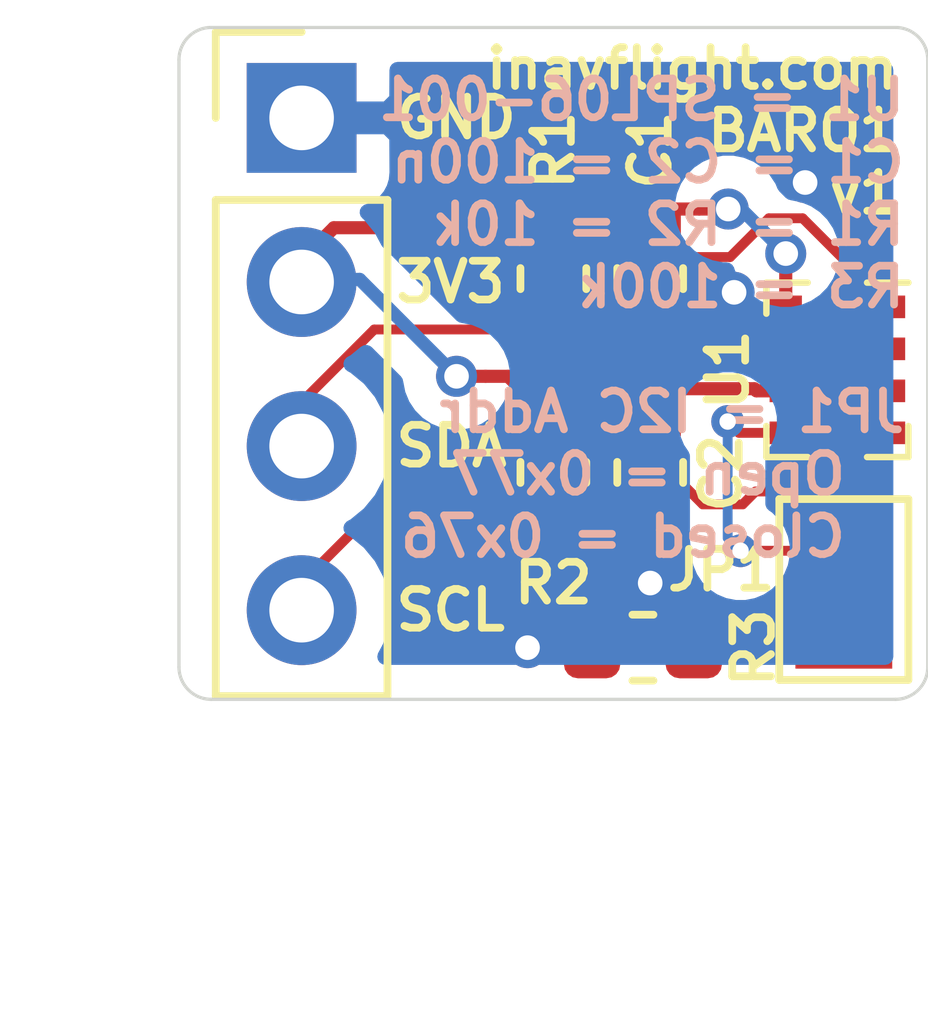
<source format=kicad_pcb>
(kicad_pcb (version 20171130) (host pcbnew "(5.1.4-0-10_14)")

  (general
    (thickness 1.6)
    (drawings 14)
    (tracks 75)
    (zones 0)
    (modules 8)
    (nets 7)
  )

  (page A4)
  (layers
    (0 F.Cu signal)
    (31 B.Cu signal)
    (32 B.Adhes user)
    (33 F.Adhes user)
    (34 B.Paste user)
    (35 F.Paste user)
    (36 B.SilkS user hide)
    (37 F.SilkS user)
    (38 B.Mask user)
    (39 F.Mask user)
    (40 Dwgs.User user)
    (41 Cmts.User user)
    (42 Eco1.User user)
    (43 Eco2.User user)
    (44 Edge.Cuts user)
    (45 Margin user)
    (46 B.CrtYd user)
    (47 F.CrtYd user)
    (48 B.Fab user)
    (49 F.Fab user)
  )

  (setup
    (last_trace_width 0.1524)
    (trace_clearance 0.1524)
    (zone_clearance 0.508)
    (zone_45_only no)
    (trace_min 0.1524)
    (via_size 0.508)
    (via_drill 0.254)
    (via_min_size 0.381)
    (via_min_drill 0.254)
    (uvia_size 0.3)
    (uvia_drill 0.1)
    (uvias_allowed no)
    (uvia_min_size 0.2)
    (uvia_min_drill 0.1)
    (edge_width 0.05)
    (segment_width 0.2)
    (pcb_text_width 0.3)
    (pcb_text_size 1.5 1.5)
    (mod_edge_width 0.12)
    (mod_text_size 1 1)
    (mod_text_width 0.15)
    (pad_size 1.524 1.524)
    (pad_drill 0.762)
    (pad_to_mask_clearance 0.051)
    (solder_mask_min_width 0.25)
    (aux_axis_origin 0 0)
    (visible_elements FFFFFF7F)
    (pcbplotparams
      (layerselection 0x010fc_ffffffff)
      (usegerberextensions false)
      (usegerberattributes false)
      (usegerberadvancedattributes false)
      (creategerberjobfile false)
      (excludeedgelayer true)
      (linewidth 0.100000)
      (plotframeref false)
      (viasonmask false)
      (mode 1)
      (useauxorigin false)
      (hpglpennumber 1)
      (hpglpenspeed 20)
      (hpglpendiameter 15.000000)
      (psnegative false)
      (psa4output false)
      (plotreference true)
      (plotvalue true)
      (plotinvisibletext false)
      (padsonsilk false)
      (subtractmaskfromsilk false)
      (outputformat 1)
      (mirror false)
      (drillshape 1)
      (scaleselection 1)
      (outputdirectory ""))
  )

  (net 0 "")
  (net 1 GND)
  (net 2 +3V3)
  (net 3 SDA)
  (net 4 SCL)
  (net 5 "Net-(JP1-Pad1)")
  (net 6 "Net-(JP1-Pad2)")

  (net_class Default "This is the default net class."
    (clearance 0.1524)
    (trace_width 0.1524)
    (via_dia 0.508)
    (via_drill 0.254)
    (uvia_dia 0.3)
    (uvia_drill 0.1)
    (add_net "Net-(JP1-Pad1)")
    (add_net "Net-(JP1-Pad2)")
    (add_net "Net-(U1-Pad2)")
    (add_net SCL)
    (add_net SDA)
  )

  (net_class Power ""
    (clearance 0.1524)
    (trace_width 0.2032)
    (via_dia 0.635)
    (via_drill 0.381)
    (uvia_dia 0.3)
    (uvia_drill 0.1)
    (add_net +3V3)
    (add_net GND)
  )

  (module Package_LGA:Bosch_LGA-8_2x2.5mm_P0.65mm_ClockwisePinNumbering (layer F.Cu) (tedit 5A2F92D2) (tstamp 5DA787A6)
    (at 143.5 80 270)
    (descr "LGA-8, https://ae-bst.resource.bosch.com/media/_tech/media/datasheets/BST-BMP280-DS001-18.pdf")
    (tags "lga land grid array")
    (path /5DA74D20)
    (attr smd)
    (fp_text reference U1 (at 0 1.7 270) (layer F.SilkS)
      (effects (font (size 0.6 0.6) (thickness 0.12)))
    )
    (fp_text value SPL06 (at 0 3.1 90) (layer F.Fab)
      (effects (font (size 1 1) (thickness 0.15)))
    )
    (fp_line (start -1.35 -0.46) (end -1.35 -1.1) (layer F.SilkS) (width 0.1))
    (fp_line (start 0.87 -1.1) (end 1.35 -1.1) (layer F.SilkS) (width 0.1))
    (fp_line (start 1.35 -0.46) (end 1.35 -1.1) (layer F.SilkS) (width 0.1))
    (fp_line (start -1.35 1.1) (end -1.35 0.46) (layer F.SilkS) (width 0.1))
    (fp_line (start 1.35 1.1) (end 1.35 0.46) (layer F.SilkS) (width 0.1))
    (fp_line (start 0.87 1.1) (end 1.35 1.1) (layer F.SilkS) (width 0.1))
    (fp_line (start -1.25 1) (end -1.25 -0.75) (layer F.Fab) (width 0.1))
    (fp_line (start -1 -1) (end -1.25 -0.75) (layer F.Fab) (width 0.1))
    (fp_line (start 1.25 -1) (end -1 -1) (layer F.Fab) (width 0.1))
    (fp_line (start 1.25 -1) (end 1.25 1) (layer F.Fab) (width 0.1))
    (fp_line (start -1.25 1) (end 1.25 1) (layer F.Fab) (width 0.1))
    (fp_line (start -1.55 1.3) (end -1.55 -1.3) (layer F.CrtYd) (width 0.05))
    (fp_line (start 1.55 1.3) (end -1.55 1.3) (layer F.CrtYd) (width 0.05))
    (fp_line (start 1.55 -1.3) (end 1.55 1.3) (layer F.CrtYd) (width 0.05))
    (fp_line (start -1.55 -1.3) (end 1.55 -1.3) (layer F.CrtYd) (width 0.05))
    (fp_text user %R (at 0 0 90) (layer F.Fab)
      (effects (font (size 0.6 0.6) (thickness 0.12)))
    )
    (fp_line (start -1.35 1.1) (end -0.87 1.1) (layer F.SilkS) (width 0.1))
    (pad 8 smd rect (at -0.975 0.8) (size 0.5 0.35) (layers F.Cu F.Paste F.Mask)
      (net 2 +3V3))
    (pad 2 smd rect (at -0.325 -0.8) (size 0.5 0.35) (layers F.Cu F.Paste F.Mask))
    (pad 3 smd rect (at 0.325 -0.8) (size 0.5 0.35) (layers F.Cu F.Paste F.Mask)
      (net 3 SDA))
    (pad 4 smd rect (at 0.975 -0.8) (size 0.5 0.35) (layers F.Cu F.Paste F.Mask)
      (net 4 SCL))
    (pad 7 smd rect (at -0.325 0.8) (size 0.5 0.35) (layers F.Cu F.Paste F.Mask)
      (net 1 GND))
    (pad 6 smd rect (at 0.325 0.8) (size 0.5 0.35) (layers F.Cu F.Paste F.Mask)
      (net 2 +3V3))
    (pad 5 smd rect (at 0.975 0.8) (size 0.5 0.35) (layers F.Cu F.Paste F.Mask)
      (net 5 "Net-(JP1-Pad1)"))
    (pad 1 smd rect (at -0.975 -0.8) (size 0.5 0.35) (layers F.Cu F.Paste F.Mask)
      (net 1 GND))
    (model ${KISYS3DMOD}/Package_LGA.3dshapes/Bosch_LGA-8_2x2.5mm_P0.65mm_ClockwisePinNumbering.wrl
      (at (xyz 0 0 0))
      (scale (xyz 1 1 1))
      (rotate (xyz 0 0 0))
    )
  )

  (module Resistor_SMD:R_0603_1608Metric (layer F.Cu) (tedit 5B301BBD) (tstamp 5DA78D41)
    (at 140.4875 84.3 180)
    (descr "Resistor SMD 0603 (1608 Metric), square (rectangular) end terminal, IPC_7351 nominal, (Body size source: http://www.tortai-tech.com/upload/download/2011102023233369053.pdf), generated with kicad-footprint-generator")
    (tags resistor)
    (path /5DA8B865)
    (attr smd)
    (fp_text reference R3 (at -1.7125 0 90) (layer F.SilkS)
      (effects (font (size 0.6 0.6) (thickness 0.12)))
    )
    (fp_text value 100k (at 0 1.43) (layer F.Fab)
      (effects (font (size 1 1) (thickness 0.15)))
    )
    (fp_text user %R (at 0 0) (layer F.Fab)
      (effects (font (size 0.6 0.6) (thickness 0.12)))
    )
    (fp_line (start 1.48 0.73) (end -1.48 0.73) (layer F.CrtYd) (width 0.05))
    (fp_line (start 1.48 -0.73) (end 1.48 0.73) (layer F.CrtYd) (width 0.05))
    (fp_line (start -1.48 -0.73) (end 1.48 -0.73) (layer F.CrtYd) (width 0.05))
    (fp_line (start -1.48 0.73) (end -1.48 -0.73) (layer F.CrtYd) (width 0.05))
    (fp_line (start -0.162779 0.51) (end 0.162779 0.51) (layer F.SilkS) (width 0.12))
    (fp_line (start -0.162779 -0.51) (end 0.162779 -0.51) (layer F.SilkS) (width 0.12))
    (fp_line (start 0.8 0.4) (end -0.8 0.4) (layer F.Fab) (width 0.1))
    (fp_line (start 0.8 -0.4) (end 0.8 0.4) (layer F.Fab) (width 0.1))
    (fp_line (start -0.8 -0.4) (end 0.8 -0.4) (layer F.Fab) (width 0.1))
    (fp_line (start -0.8 0.4) (end -0.8 -0.4) (layer F.Fab) (width 0.1))
    (pad 2 smd roundrect (at 0.7875 0 180) (size 0.875 0.95) (layers F.Cu F.Paste F.Mask) (roundrect_rratio 0.25)
      (net 1 GND))
    (pad 1 smd roundrect (at -0.7875 0 180) (size 0.875 0.95) (layers F.Cu F.Paste F.Mask) (roundrect_rratio 0.25)
      (net 6 "Net-(JP1-Pad2)"))
    (model ${KISYS3DMOD}/Resistor_SMD.3dshapes/R_0603_1608Metric.wrl
      (at (xyz 0 0 0))
      (scale (xyz 1 1 1))
      (rotate (xyz 0 0 0))
    )
  )

  (module Resistor_SMD:R_0603_1608Metric (layer F.Cu) (tedit 5B301BBD) (tstamp 5DA79ADC)
    (at 139.1 81.5875 270)
    (descr "Resistor SMD 0603 (1608 Metric), square (rectangular) end terminal, IPC_7351 nominal, (Body size source: http://www.tortai-tech.com/upload/download/2011102023233369053.pdf), generated with kicad-footprint-generator")
    (tags resistor)
    (path /5DA86E32)
    (attr smd)
    (fp_text reference R2 (at 1.7125 0 180) (layer F.SilkS)
      (effects (font (size 0.6 0.6) (thickness 0.12)))
    )
    (fp_text value 10k (at 0 1.43 90) (layer F.Fab)
      (effects (font (size 1 1) (thickness 0.15)))
    )
    (fp_text user %R (at 0 0 90) (layer F.Fab)
      (effects (font (size 0.6 0.6) (thickness 0.12)))
    )
    (fp_line (start 1.48 0.73) (end -1.48 0.73) (layer F.CrtYd) (width 0.05))
    (fp_line (start 1.48 -0.73) (end 1.48 0.73) (layer F.CrtYd) (width 0.05))
    (fp_line (start -1.48 -0.73) (end 1.48 -0.73) (layer F.CrtYd) (width 0.05))
    (fp_line (start -1.48 0.73) (end -1.48 -0.73) (layer F.CrtYd) (width 0.05))
    (fp_line (start -0.162779 0.51) (end 0.162779 0.51) (layer F.SilkS) (width 0.12))
    (fp_line (start -0.162779 -0.51) (end 0.162779 -0.51) (layer F.SilkS) (width 0.12))
    (fp_line (start 0.8 0.4) (end -0.8 0.4) (layer F.Fab) (width 0.1))
    (fp_line (start 0.8 -0.4) (end 0.8 0.4) (layer F.Fab) (width 0.1))
    (fp_line (start -0.8 -0.4) (end 0.8 -0.4) (layer F.Fab) (width 0.1))
    (fp_line (start -0.8 0.4) (end -0.8 -0.4) (layer F.Fab) (width 0.1))
    (pad 2 smd roundrect (at 0.7875 0 270) (size 0.875 0.95) (layers F.Cu F.Paste F.Mask) (roundrect_rratio 0.25)
      (net 4 SCL))
    (pad 1 smd roundrect (at -0.7875 0 270) (size 0.875 0.95) (layers F.Cu F.Paste F.Mask) (roundrect_rratio 0.25)
      (net 2 +3V3))
    (model ${KISYS3DMOD}/Resistor_SMD.3dshapes/R_0603_1608Metric.wrl
      (at (xyz 0 0 0))
      (scale (xyz 1 1 1))
      (rotate (xyz 0 0 0))
    )
  )

  (module Resistor_SMD:R_0603_1608Metric (layer F.Cu) (tedit 5B301BBD) (tstamp 5DA79BA7)
    (at 139.1 78.5875 270)
    (descr "Resistor SMD 0603 (1608 Metric), square (rectangular) end terminal, IPC_7351 nominal, (Body size source: http://www.tortai-tech.com/upload/download/2011102023233369053.pdf), generated with kicad-footprint-generator")
    (tags resistor)
    (path /5DA861FD)
    (attr smd)
    (fp_text reference R1 (at -1.9875 0 90) (layer F.SilkS)
      (effects (font (size 0.6 0.6) (thickness 0.12)))
    )
    (fp_text value 10k (at 0 1.43 90) (layer F.Fab)
      (effects (font (size 1 1) (thickness 0.15)))
    )
    (fp_text user %R (at 0 0 90) (layer F.Fab)
      (effects (font (size 0.6 0.6) (thickness 0.12)))
    )
    (fp_line (start 1.48 0.73) (end -1.48 0.73) (layer F.CrtYd) (width 0.05))
    (fp_line (start 1.48 -0.73) (end 1.48 0.73) (layer F.CrtYd) (width 0.05))
    (fp_line (start -1.48 -0.73) (end 1.48 -0.73) (layer F.CrtYd) (width 0.05))
    (fp_line (start -1.48 0.73) (end -1.48 -0.73) (layer F.CrtYd) (width 0.05))
    (fp_line (start -0.162779 0.51) (end 0.162779 0.51) (layer F.SilkS) (width 0.12))
    (fp_line (start -0.162779 -0.51) (end 0.162779 -0.51) (layer F.SilkS) (width 0.12))
    (fp_line (start 0.8 0.4) (end -0.8 0.4) (layer F.Fab) (width 0.1))
    (fp_line (start 0.8 -0.4) (end 0.8 0.4) (layer F.Fab) (width 0.1))
    (fp_line (start -0.8 -0.4) (end 0.8 -0.4) (layer F.Fab) (width 0.1))
    (fp_line (start -0.8 0.4) (end -0.8 -0.4) (layer F.Fab) (width 0.1))
    (pad 2 smd roundrect (at 0.7875 0 270) (size 0.875 0.95) (layers F.Cu F.Paste F.Mask) (roundrect_rratio 0.25)
      (net 3 SDA))
    (pad 1 smd roundrect (at -0.7875 0 270) (size 0.875 0.95) (layers F.Cu F.Paste F.Mask) (roundrect_rratio 0.25)
      (net 2 +3V3))
    (model ${KISYS3DMOD}/Resistor_SMD.3dshapes/R_0603_1608Metric.wrl
      (at (xyz 0 0 0))
      (scale (xyz 1 1 1))
      (rotate (xyz 0 0 0))
    )
  )

  (module Jumper:SolderJumper-2_P1.3mm_Open_TrianglePad1.0x1.5mm (layer F.Cu) (tedit 5A64794F) (tstamp 5DA78756)
    (at 143.6 83.4 270)
    (descr "SMD Solder Jumper, 1x1.5mm Triangular Pads, 0.3mm gap, open")
    (tags "solder jumper open")
    (path /5DA892F0)
    (attr virtual)
    (fp_text reference JP1 (at -0.3 1.9 180) (layer F.SilkS)
      (effects (font (size 0.6 0.6) (thickness 0.12)))
    )
    (fp_text value Jumper_NO_Small (at 0 1.9 90) (layer F.Fab)
      (effects (font (size 1 1) (thickness 0.15)))
    )
    (fp_line (start 1.65 1.25) (end -1.65 1.25) (layer F.CrtYd) (width 0.05))
    (fp_line (start 1.65 1.25) (end 1.65 -1.25) (layer F.CrtYd) (width 0.05))
    (fp_line (start -1.65 -1.25) (end -1.65 1.25) (layer F.CrtYd) (width 0.05))
    (fp_line (start -1.65 -1.25) (end 1.65 -1.25) (layer F.CrtYd) (width 0.05))
    (fp_line (start -1.4 -1) (end 1.4 -1) (layer F.SilkS) (width 0.12))
    (fp_line (start 1.4 -1) (end 1.4 1) (layer F.SilkS) (width 0.12))
    (fp_line (start 1.4 1) (end -1.4 1) (layer F.SilkS) (width 0.12))
    (fp_line (start -1.4 1) (end -1.4 -1) (layer F.SilkS) (width 0.12))
    (pad 1 smd custom (at -0.725 0 270) (size 0.3 0.3) (layers F.Cu F.Mask)
      (net 5 "Net-(JP1-Pad1)") (zone_connect 2)
      (options (clearance outline) (anchor rect))
      (primitives
        (gr_poly (pts
           (xy -0.5 -0.75) (xy 0.5 -0.75) (xy 1 0) (xy 0.5 0.75) (xy -0.5 0.75)
) (width 0))
      ))
    (pad 2 smd custom (at 0.725 0 270) (size 0.3 0.3) (layers F.Cu F.Mask)
      (net 6 "Net-(JP1-Pad2)") (zone_connect 2)
      (options (clearance outline) (anchor rect))
      (primitives
        (gr_poly (pts
           (xy -0.65 -0.75) (xy 0.5 -0.75) (xy 0.5 0.75) (xy -0.65 0.75) (xy -0.15 0)
) (width 0))
      ))
  )

  (module Connector_PinHeader_2.54mm:PinHeader_1x04_P2.54mm_Vertical (layer F.Cu) (tedit 59FED5CC) (tstamp 5DA78748)
    (at 135.2 76.1)
    (descr "Through hole straight pin header, 1x04, 2.54mm pitch, single row")
    (tags "Through hole pin header THT 1x04 2.54mm single row")
    (path /5DA76331)
    (fp_text reference J1 (at 0 -2.33) (layer F.SilkS) hide
      (effects (font (size 0.6 0.6) (thickness 0.12)))
    )
    (fp_text value Conn_01x04 (at 0 9.95) (layer F.Fab)
      (effects (font (size 1 1) (thickness 0.15)))
    )
    (fp_text user %R (at 0 3.81 90) (layer F.Fab)
      (effects (font (size 0.6 0.6) (thickness 0.12)))
    )
    (fp_line (start 1.8 -1.8) (end -1.8 -1.8) (layer F.CrtYd) (width 0.05))
    (fp_line (start 1.8 9.4) (end 1.8 -1.8) (layer F.CrtYd) (width 0.05))
    (fp_line (start -1.8 9.4) (end 1.8 9.4) (layer F.CrtYd) (width 0.05))
    (fp_line (start -1.8 -1.8) (end -1.8 9.4) (layer F.CrtYd) (width 0.05))
    (fp_line (start -1.33 -1.33) (end 0 -1.33) (layer F.SilkS) (width 0.12))
    (fp_line (start -1.33 0) (end -1.33 -1.33) (layer F.SilkS) (width 0.12))
    (fp_line (start -1.33 1.27) (end 1.33 1.27) (layer F.SilkS) (width 0.12))
    (fp_line (start 1.33 1.27) (end 1.33 8.95) (layer F.SilkS) (width 0.12))
    (fp_line (start -1.33 1.27) (end -1.33 8.95) (layer F.SilkS) (width 0.12))
    (fp_line (start -1.33 8.95) (end 1.33 8.95) (layer F.SilkS) (width 0.12))
    (fp_line (start -1.27 -0.635) (end -0.635 -1.27) (layer F.Fab) (width 0.1))
    (fp_line (start -1.27 8.89) (end -1.27 -0.635) (layer F.Fab) (width 0.1))
    (fp_line (start 1.27 8.89) (end -1.27 8.89) (layer F.Fab) (width 0.1))
    (fp_line (start 1.27 -1.27) (end 1.27 8.89) (layer F.Fab) (width 0.1))
    (fp_line (start -0.635 -1.27) (end 1.27 -1.27) (layer F.Fab) (width 0.1))
    (pad 4 thru_hole oval (at 0 7.62) (size 1.7 1.7) (drill 1) (layers *.Cu *.Mask)
      (net 4 SCL))
    (pad 3 thru_hole oval (at 0 5.08) (size 1.7 1.7) (drill 1) (layers *.Cu *.Mask)
      (net 3 SDA))
    (pad 2 thru_hole oval (at 0 2.54) (size 1.7 1.7) (drill 1) (layers *.Cu *.Mask)
      (net 2 +3V3))
    (pad 1 thru_hole rect (at 0 0) (size 1.7 1.7) (drill 1) (layers *.Cu *.Mask)
      (net 1 GND))
    (model ${KISYS3DMOD}/Connector_PinHeader_2.54mm.3dshapes/PinHeader_1x04_P2.54mm_Vertical.wrl
      (at (xyz 0 0 0))
      (scale (xyz 1 1 1))
      (rotate (xyz 0 0 0))
    )
  )

  (module Capacitor_SMD:C_0603_1608Metric (layer F.Cu) (tedit 5B301BBE) (tstamp 5DA78730)
    (at 140.6 81.5875 270)
    (descr "Capacitor SMD 0603 (1608 Metric), square (rectangular) end terminal, IPC_7351 nominal, (Body size source: http://www.tortai-tech.com/upload/download/2011102023233369053.pdf), generated with kicad-footprint-generator")
    (tags capacitor)
    (path /5DA7E6A1)
    (attr smd)
    (fp_text reference C2 (at 0.0125 -1.1 90) (layer F.SilkS)
      (effects (font (size 0.6 0.6) (thickness 0.12)))
    )
    (fp_text value 100n (at 0 1.43 90) (layer F.Fab)
      (effects (font (size 1 1) (thickness 0.15)))
    )
    (fp_text user %R (at 0 0 90) (layer F.Fab)
      (effects (font (size 0.6 0.6) (thickness 0.12)))
    )
    (fp_line (start 1.48 0.73) (end -1.48 0.73) (layer F.CrtYd) (width 0.05))
    (fp_line (start 1.48 -0.73) (end 1.48 0.73) (layer F.CrtYd) (width 0.05))
    (fp_line (start -1.48 -0.73) (end 1.48 -0.73) (layer F.CrtYd) (width 0.05))
    (fp_line (start -1.48 0.73) (end -1.48 -0.73) (layer F.CrtYd) (width 0.05))
    (fp_line (start -0.162779 0.51) (end 0.162779 0.51) (layer F.SilkS) (width 0.12))
    (fp_line (start -0.162779 -0.51) (end 0.162779 -0.51) (layer F.SilkS) (width 0.12))
    (fp_line (start 0.8 0.4) (end -0.8 0.4) (layer F.Fab) (width 0.1))
    (fp_line (start 0.8 -0.4) (end 0.8 0.4) (layer F.Fab) (width 0.1))
    (fp_line (start -0.8 -0.4) (end 0.8 -0.4) (layer F.Fab) (width 0.1))
    (fp_line (start -0.8 0.4) (end -0.8 -0.4) (layer F.Fab) (width 0.1))
    (pad 2 smd roundrect (at 0.7875 0 270) (size 0.875 0.95) (layers F.Cu F.Paste F.Mask) (roundrect_rratio 0.25)
      (net 1 GND))
    (pad 1 smd roundrect (at -0.7875 0 270) (size 0.875 0.95) (layers F.Cu F.Paste F.Mask) (roundrect_rratio 0.25)
      (net 2 +3V3))
    (model ${KISYS3DMOD}/Capacitor_SMD.3dshapes/C_0603_1608Metric.wrl
      (at (xyz 0 0 0))
      (scale (xyz 1 1 1))
      (rotate (xyz 0 0 0))
    )
  )

  (module Capacitor_SMD:C_0603_1608Metric (layer F.Cu) (tedit 5B301BBE) (tstamp 5DA78ACD)
    (at 140.6 78.5875 270)
    (descr "Capacitor SMD 0603 (1608 Metric), square (rectangular) end terminal, IPC_7351 nominal, (Body size source: http://www.tortai-tech.com/upload/download/2011102023233369053.pdf), generated with kicad-footprint-generator")
    (tags capacitor)
    (path /5DA7D234)
    (attr smd)
    (fp_text reference C1 (at -1.9875 0 90) (layer F.SilkS)
      (effects (font (size 0.6 0.6) (thickness 0.12)))
    )
    (fp_text value 100n (at 0 1.43 90) (layer F.Fab)
      (effects (font (size 1 1) (thickness 0.15)))
    )
    (fp_text user %R (at 0 0 90) (layer F.Fab)
      (effects (font (size 0.6 0.6) (thickness 0.12)))
    )
    (fp_line (start 1.48 0.73) (end -1.48 0.73) (layer F.CrtYd) (width 0.05))
    (fp_line (start 1.48 -0.73) (end 1.48 0.73) (layer F.CrtYd) (width 0.05))
    (fp_line (start -1.48 -0.73) (end 1.48 -0.73) (layer F.CrtYd) (width 0.05))
    (fp_line (start -1.48 0.73) (end -1.48 -0.73) (layer F.CrtYd) (width 0.05))
    (fp_line (start -0.162779 0.51) (end 0.162779 0.51) (layer F.SilkS) (width 0.12))
    (fp_line (start -0.162779 -0.51) (end 0.162779 -0.51) (layer F.SilkS) (width 0.12))
    (fp_line (start 0.8 0.4) (end -0.8 0.4) (layer F.Fab) (width 0.1))
    (fp_line (start 0.8 -0.4) (end 0.8 0.4) (layer F.Fab) (width 0.1))
    (fp_line (start -0.8 -0.4) (end 0.8 -0.4) (layer F.Fab) (width 0.1))
    (fp_line (start -0.8 0.4) (end -0.8 -0.4) (layer F.Fab) (width 0.1))
    (pad 2 smd roundrect (at 0.7875 0 270) (size 0.875 0.95) (layers F.Cu F.Paste F.Mask) (roundrect_rratio 0.25)
      (net 1 GND))
    (pad 1 smd roundrect (at -0.7875 0 270) (size 0.875 0.95) (layers F.Cu F.Paste F.Mask) (roundrect_rratio 0.25)
      (net 2 +3V3))
    (model ${KISYS3DMOD}/Capacitor_SMD.3dshapes/C_0603_1608Metric.wrl
      (at (xyz 0 0 0))
      (scale (xyz 1 1 1))
      (rotate (xyz 0 0 0))
    )
  )

  (gr_text "U1 = SPL06-001\nC1 = C2 = 100n\nR1 = R2 = 10k\nR3 = 100k\n\nJP1 = I2C Addr\n  Open = 0x77\n  Closed = 0x76" (at 144.6 79.2) (layer B.SilkS)
    (effects (font (size 0.6 0.6) (thickness 0.12)) (justify left mirror))
  )
  (gr_text "inavflight.com\nBARO1\nv1" (at 144.5 76.3) (layer F.SilkS)
    (effects (font (size 0.6 0.6) (thickness 0.12)) (justify right))
  )
  (gr_arc (start 144.4 84.6) (end 144.4 85.1) (angle -90) (layer Edge.Cuts) (width 0.05) (tstamp 5DA79D9A))
  (gr_arc (start 133.8 84.6) (end 133.3 84.6) (angle -90) (layer Edge.Cuts) (width 0.05) (tstamp 5DA79D91))
  (gr_arc (start 133.8 75.2) (end 133.8 74.7) (angle -90) (layer Edge.Cuts) (width 0.05) (tstamp 5DA79D7F))
  (gr_arc (start 144.4 75.2) (end 144.9 75.2) (angle -90) (layer Edge.Cuts) (width 0.05))
  (gr_text SCL (at 136.6 83.72) (layer F.SilkS) (tstamp 5DA79D26)
    (effects (font (size 0.6 0.6) (thickness 0.12)) (justify left))
  )
  (gr_text SDA (at 136.6 81.18) (layer F.SilkS) (tstamp 5DA79D22)
    (effects (font (size 0.6 0.6) (thickness 0.12)) (justify left))
  )
  (gr_text 3V3 (at 136.6 78.64) (layer F.SilkS) (tstamp 5DA79D1E)
    (effects (font (size 0.6 0.6) (thickness 0.12)) (justify left))
  )
  (gr_text GND (at 136.6 76.1) (layer F.SilkS)
    (effects (font (size 0.6 0.6) (thickness 0.12)) (justify left))
  )
  (gr_line (start 144.4 74.7) (end 133.8 74.7) (layer Edge.Cuts) (width 0.05) (tstamp 5DA78DE8))
  (gr_line (start 144.9 84.6) (end 144.9 75.2) (layer Edge.Cuts) (width 0.05))
  (gr_line (start 133.8 85.1) (end 144.4 85.1) (layer Edge.Cuts) (width 0.05))
  (gr_line (start 133.3 75.2) (end 133.3 84.6) (layer Edge.Cuts) (width 0.05))

  (segment (start 142.2 79.675) (end 141.825 79.3) (width 0.2032) (layer F.Cu) (net 1))
  (segment (start 142.7 79.675) (end 142.2 79.675) (width 0.2032) (layer F.Cu) (net 1))
  (segment (start 141.825 79.3) (end 140.5 79.3) (width 0.2032) (layer F.Cu) (net 1))
  (via (at 140.6 83.3) (size 0.635) (drill 0.381) (layers F.Cu B.Cu) (net 1))
  (segment (start 140.6 82.375) (end 140.6 83.3) (width 0.2032) (layer F.Cu) (net 1))
  (via (at 141.900004 78.8) (size 0.635) (drill 0.381) (layers F.Cu B.Cu) (net 1))
  (segment (start 140.6 79.375) (end 141.175 78.8) (width 0.2032) (layer F.Cu) (net 1))
  (segment (start 141.175 78.8) (end 141.450992 78.8) (width 0.2032) (layer F.Cu) (net 1))
  (segment (start 141.450992 78.8) (end 141.900004 78.8) (width 0.2032) (layer F.Cu) (net 1))
  (via (at 138.699998 84.3) (size 0.635) (drill 0.381) (layers F.Cu B.Cu) (net 1))
  (segment (start 139.7 84.3) (end 138.699998 84.3) (width 0.2032) (layer F.Cu) (net 1))
  (segment (start 144.3 78.4) (end 143.317499 77.417499) (width 0.2032) (layer F.Cu) (net 1))
  (segment (start 144.3 79.025) (end 144.3 78.4) (width 0.2032) (layer F.Cu) (net 1))
  (segment (start 143.317499 77.417499) (end 143 77.1) (width 0.2032) (layer F.Cu) (net 1))
  (via (at 143 77.1) (size 0.635) (drill 0.381) (layers F.Cu B.Cu) (net 1))
  (segment (start 142.7 79.025) (end 142.625 79.025) (width 0.2032) (layer F.Cu) (net 2))
  (segment (start 135.7 77.8) (end 135 78.5) (width 0.2032) (layer F.Cu) (net 2))
  (segment (start 135 78.5) (end 134.9 78.5) (width 0.2032) (layer F.Cu) (net 2))
  (segment (start 136.5 77.8) (end 135.7 77.8) (width 0.2032) (layer F.Cu) (net 2))
  (segment (start 140.6 77.8) (end 136.5 77.8) (width 0.2032) (layer F.Cu) (net 2))
  (segment (start 140.6 80.8) (end 140.3 80.8) (width 0.2032) (layer F.Cu) (net 2))
  (segment (start 137.3 77.8) (end 136.5 77.8) (width 0.2032) (layer F.Cu) (net 2))
  (segment (start 140.6 80.8) (end 140.025 80.8) (width 0.2032) (layer F.Cu) (net 2))
  (segment (start 140.025 80.8) (end 139 80.8) (width 0.2032) (layer F.Cu) (net 2))
  (segment (start 142.7 79.025) (end 142.7 78.2) (width 0.2032) (layer F.Cu) (net 2))
  (segment (start 142.7 78.2) (end 142.010656 77.510656) (width 0.2032) (layer B.Cu) (net 2))
  (via (at 141.808794 77.510656) (size 0.635) (drill 0.381) (layers F.Cu B.Cu) (net 2))
  (segment (start 141.359782 77.510656) (end 141.808794 77.510656) (width 0.2032) (layer F.Cu) (net 2))
  (segment (start 140.6 77.7) (end 140.789344 77.510656) (width 0.2032) (layer F.Cu) (net 2))
  (segment (start 140.789344 77.510656) (end 141.359782 77.510656) (width 0.2032) (layer F.Cu) (net 2))
  (via (at 142.7 78.2) (size 0.635) (drill 0.381) (layers F.Cu B.Cu) (net 2))
  (segment (start 142.010656 77.510656) (end 141.808794 77.510656) (width 0.2032) (layer B.Cu) (net 2))
  (segment (start 135.3 78.6) (end 136.1 78.6) (width 0.2032) (layer B.Cu) (net 2))
  (segment (start 139.1 80.8) (end 138.4 80.1) (width 0.2032) (layer F.Cu) (net 2))
  (segment (start 138.4 80.1) (end 138.049012 80.1) (width 0.2032) (layer F.Cu) (net 2))
  (segment (start 137.282501 79.782501) (end 137.6 80.1) (width 0.2032) (layer B.Cu) (net 2))
  (via (at 137.6 80.1) (size 0.635) (drill 0.381) (layers F.Cu B.Cu) (net 2))
  (segment (start 138.049012 80.1) (end 137.6 80.1) (width 0.2032) (layer F.Cu) (net 2))
  (segment (start 136.1 78.6) (end 137.282501 79.782501) (width 0.2032) (layer B.Cu) (net 2))
  (segment (start 142.213798 80.291998) (end 141.108002 80.291998) (width 0.2032) (layer F.Cu) (net 2))
  (segment (start 142.2468 80.325) (end 142.213798 80.291998) (width 0.2032) (layer F.Cu) (net 2))
  (segment (start 142.7 80.325) (end 142.2468 80.325) (width 0.2032) (layer F.Cu) (net 2))
  (segment (start 141.061612 80.338388) (end 140.6 80.8) (width 0.2032) (layer F.Cu) (net 2))
  (segment (start 141.108002 80.291998) (end 141.061612 80.338388) (width 0.2032) (layer F.Cu) (net 2))
  (segment (start 141.13021 78.46979) (end 140.03021 78.46979) (width 0.1524) (layer F.Cu) (net 3))
  (segment (start 144.3 80.325) (end 143.8976 80.325) (width 0.1524) (layer F.Cu) (net 3))
  (segment (start 141.346101 78.253899) (end 141.13021 78.46979) (width 0.1524) (layer F.Cu) (net 3))
  (segment (start 142.43787 77.653898) (end 141.837869 78.253899) (width 0.1524) (layer F.Cu) (net 3))
  (segment (start 143.8976 80.325) (end 143.800002 80.227402) (width 0.1524) (layer F.Cu) (net 3))
  (segment (start 143.800002 78.49177) (end 142.96213 77.653898) (width 0.1524) (layer F.Cu) (net 3))
  (segment (start 142.96213 77.653898) (end 142.43787 77.653898) (width 0.1524) (layer F.Cu) (net 3))
  (segment (start 143.800002 80.227402) (end 143.800002 78.49177) (width 0.1524) (layer F.Cu) (net 3))
  (segment (start 141.837869 78.253899) (end 141.346101 78.253899) (width 0.1524) (layer F.Cu) (net 3))
  (segment (start 140.03021 78.46979) (end 139.1 79.4) (width 0.1524) (layer F.Cu) (net 3))
  (segment (start 139.1 79.375) (end 136.325 79.375) (width 0.1524) (layer F.Cu) (net 3))
  (segment (start 136.325 79.375) (end 134.7 81) (width 0.1524) (layer F.Cu) (net 3))
  (segment (start 139.1 82.375) (end 136.125 82.375) (width 0.1524) (layer F.Cu) (net 4))
  (segment (start 136.125 82.375) (end 135 83.5) (width 0.1524) (layer F.Cu) (net 4))
  (segment (start 142.031648 82.082604) (end 141.415268 82.082604) (width 0.1524) (layer F.Cu) (net 4))
  (segment (start 141.415268 82.082604) (end 141.041554 81.70889) (width 0.1524) (layer F.Cu) (net 4))
  (segment (start 139.69111 81.70889) (end 139.1 82.3) (width 0.1524) (layer F.Cu) (net 4))
  (segment (start 143.8976 80.975) (end 142.989998 81.882602) (width 0.1524) (layer F.Cu) (net 4))
  (segment (start 142.989998 81.882602) (end 142.23165 81.882602) (width 0.1524) (layer F.Cu) (net 4))
  (segment (start 144.3 80.975) (end 143.8976 80.975) (width 0.1524) (layer F.Cu) (net 4))
  (segment (start 141.041554 81.70889) (end 139.69111 81.70889) (width 0.1524) (layer F.Cu) (net 4))
  (segment (start 142.23165 81.882602) (end 142.031648 82.082604) (width 0.1524) (layer F.Cu) (net 4))
  (via (at 142.000024 82.8) (size 0.508) (drill 0.254) (layers F.Cu B.Cu) (net 5))
  (segment (start 143.7 82.8) (end 142.000024 82.8) (width 0.1524) (layer F.Cu) (net 5))
  (via (at 141.79999 80.8) (size 0.508) (drill 0.254) (layers F.Cu B.Cu) (net 5))
  (segment (start 142.7 80.975) (end 141.97499 80.975) (width 0.1524) (layer F.Cu) (net 5))
  (segment (start 141.97499 80.975) (end 141.79999 80.8) (width 0.1524) (layer F.Cu) (net 5))
  (segment (start 141.8 80.80001) (end 141.79999 80.8) (width 0.1524) (layer B.Cu) (net 5))
  (segment (start 141.8 82.599976) (end 141.8 80.80001) (width 0.1524) (layer B.Cu) (net 5))
  (segment (start 142.000024 82.8) (end 141.8 82.599976) (width 0.1524) (layer B.Cu) (net 5))
  (segment (start 141.275 84.3) (end 143.4 84.3) (width 0.1524) (layer F.Cu) (net 6))

  (zone (net 1) (net_name GND) (layer B.Cu) (tstamp 0) (hatch edge 0.508)
    (connect_pads (clearance 0.508))
    (min_thickness 0.254)
    (fill yes (arc_segments 32) (thermal_gap 0.508) (thermal_bridge_width 0.508) (smoothing fillet) (radius 1))
    (polygon
      (pts
        (xy 133.3 74.7) (xy 133.3 85.1) (xy 144.9 85.1) (xy 144.9 74.7)
      )
    )
    (filled_polygon
      (pts
        (xy 144.24 84.44) (xy 136.498975 84.44) (xy 136.578599 84.291034) (xy 136.663513 84.011111) (xy 136.692185 83.72)
        (xy 136.663513 83.428889) (xy 136.578599 83.148966) (xy 136.440706 82.890986) (xy 136.255134 82.664866) (xy 136.029014 82.479294)
        (xy 135.974209 82.45) (xy 136.029014 82.420706) (xy 136.255134 82.235134) (xy 136.440706 82.009014) (xy 136.578599 81.751034)
        (xy 136.663513 81.471111) (xy 136.692185 81.18) (xy 136.663513 80.888889) (xy 136.578599 80.608966) (xy 136.440706 80.350986)
        (xy 136.255134 80.124866) (xy 136.029014 79.939294) (xy 135.974209 79.91) (xy 136.029014 79.880706) (xy 136.19927 79.74098)
        (xy 136.6475 80.18921) (xy 136.6475 80.193813) (xy 136.684104 80.377834) (xy 136.755905 80.551178) (xy 136.860145 80.707184)
        (xy 136.992816 80.839855) (xy 137.148822 80.944095) (xy 137.322166 81.015896) (xy 137.506187 81.0525) (xy 137.693813 81.0525)
        (xy 137.877834 81.015896) (xy 138.051178 80.944095) (xy 138.207184 80.839855) (xy 138.334598 80.712441) (xy 140.91099 80.712441)
        (xy 140.91099 80.887559) (xy 140.945154 81.059312) (xy 141.012169 81.221099) (xy 141.088801 81.335787) (xy 141.0888 82.56505)
        (xy 141.08536 82.599976) (xy 141.0888 82.634902) (xy 141.0888 82.634911) (xy 141.099091 82.739395) (xy 141.111024 82.778733)
        (xy 141.111024 82.887559) (xy 141.145188 83.059312) (xy 141.212203 83.221099) (xy 141.309493 83.366704) (xy 141.43332 83.490531)
        (xy 141.578925 83.587821) (xy 141.740712 83.654836) (xy 141.912465 83.689) (xy 142.087583 83.689) (xy 142.259336 83.654836)
        (xy 142.421123 83.587821) (xy 142.566728 83.490531) (xy 142.690555 83.366704) (xy 142.787845 83.221099) (xy 142.85486 83.059312)
        (xy 142.889024 82.887559) (xy 142.889024 82.712441) (xy 142.85486 82.540688) (xy 142.787845 82.378901) (xy 142.690555 82.233296)
        (xy 142.566728 82.109469) (xy 142.5112 82.072366) (xy 142.5112 81.335756) (xy 142.587811 81.221099) (xy 142.654826 81.059312)
        (xy 142.68899 80.887559) (xy 142.68899 80.712441) (xy 142.654826 80.540688) (xy 142.587811 80.378901) (xy 142.490521 80.233296)
        (xy 142.366694 80.109469) (xy 142.221089 80.012179) (xy 142.059302 79.945164) (xy 141.887549 79.911) (xy 141.712431 79.911)
        (xy 141.540678 79.945164) (xy 141.378891 80.012179) (xy 141.233286 80.109469) (xy 141.109459 80.233296) (xy 141.012169 80.378901)
        (xy 140.945154 80.540688) (xy 140.91099 80.712441) (xy 138.334598 80.712441) (xy 138.339855 80.707184) (xy 138.444095 80.551178)
        (xy 138.515896 80.377834) (xy 138.5525 80.193813) (xy 138.5525 80.006187) (xy 138.515896 79.822166) (xy 138.444095 79.648822)
        (xy 138.339855 79.492816) (xy 138.207184 79.360145) (xy 138.051178 79.255905) (xy 137.877834 79.184104) (xy 137.693813 79.1475)
        (xy 137.68921 79.1475) (xy 136.646445 78.104736) (xy 136.623375 78.076625) (xy 136.550901 78.017147) (xy 136.440706 77.810986)
        (xy 136.255134 77.584866) (xy 136.225313 77.560393) (xy 136.29418 77.539502) (xy 136.404494 77.480537) (xy 136.482105 77.416843)
        (xy 140.856294 77.416843) (xy 140.856294 77.604469) (xy 140.892898 77.78849) (xy 140.964699 77.961834) (xy 141.068939 78.11784)
        (xy 141.20161 78.250511) (xy 141.357616 78.354751) (xy 141.53096 78.426552) (xy 141.714981 78.463156) (xy 141.781184 78.463156)
        (xy 141.784104 78.477834) (xy 141.855905 78.651178) (xy 141.960145 78.807184) (xy 142.092816 78.939855) (xy 142.248822 79.044095)
        (xy 142.422166 79.115896) (xy 142.606187 79.1525) (xy 142.793813 79.1525) (xy 142.977834 79.115896) (xy 143.151178 79.044095)
        (xy 143.307184 78.939855) (xy 143.439855 78.807184) (xy 143.544095 78.651178) (xy 143.615896 78.477834) (xy 143.6525 78.293813)
        (xy 143.6525 78.106187) (xy 143.615896 77.922166) (xy 143.544095 77.748822) (xy 143.439855 77.592816) (xy 143.307184 77.460145)
        (xy 143.151178 77.355905) (xy 142.977834 77.284104) (xy 142.793813 77.2475) (xy 142.789209 77.2475) (xy 142.689447 77.147738)
        (xy 142.652889 77.059478) (xy 142.548649 76.903472) (xy 142.415978 76.770801) (xy 142.259972 76.666561) (xy 142.086628 76.59476)
        (xy 141.902607 76.558156) (xy 141.714981 76.558156) (xy 141.53096 76.59476) (xy 141.357616 76.666561) (xy 141.20161 76.770801)
        (xy 141.068939 76.903472) (xy 140.964699 77.059478) (xy 140.892898 77.232822) (xy 140.856294 77.416843) (xy 136.482105 77.416843)
        (xy 136.501185 77.401185) (xy 136.580537 77.304494) (xy 136.639502 77.19418) (xy 136.675812 77.074482) (xy 136.688072 76.95)
        (xy 136.685 76.38575) (xy 136.52625 76.227) (xy 135.327 76.227) (xy 135.327 76.247) (xy 135.073 76.247)
        (xy 135.073 76.227) (xy 135.053 76.227) (xy 135.053 75.973) (xy 135.073 75.973) (xy 135.073 75.953)
        (xy 135.327 75.953) (xy 135.327 75.973) (xy 136.52625 75.973) (xy 136.685 75.81425) (xy 136.687473 75.36)
        (xy 144.240001 75.36)
      )
    )
  )
)

</source>
